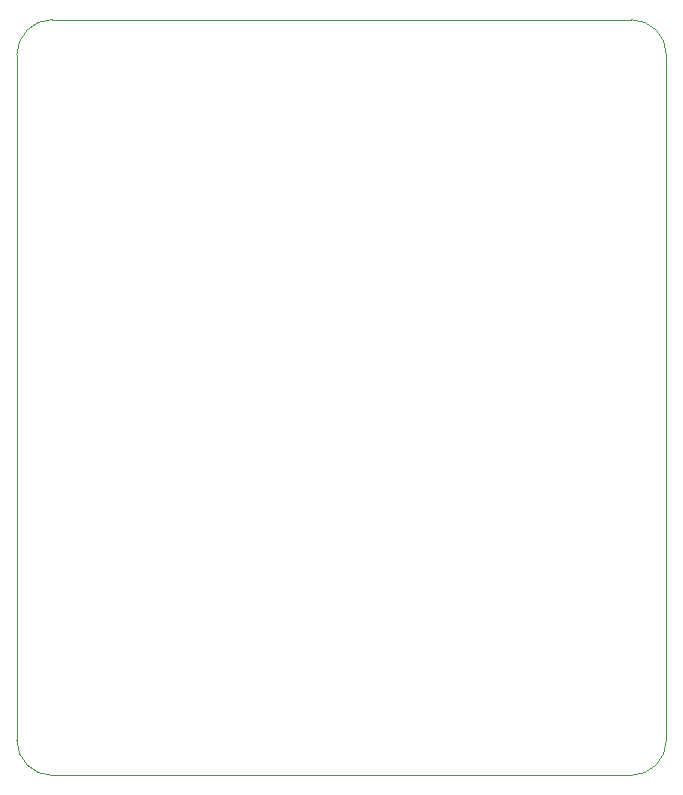
<source format=gm1>
G04*
G04 #@! TF.GenerationSoftware,Altium Limited,Altium Designer,22.6.1 (34)*
G04*
G04 Layer_Color=16711935*
%FSAX44Y44*%
%MOMM*%
G71*
G04*
G04 #@! TF.SameCoordinates,3ED828DF-7C99-4F06-8B8B-480B9A04C0B7*
G04*
G04*
G04 #@! TF.FilePolarity,Positive*
G04*
G01*
G75*
%ADD75C,0.1000*%
D75*
X01150730Y01151850D02*
G03*
X01120730Y01121850I00000000J-00030000D01*
G01*
X01670730D02*
G03*
X01640730Y01151850I-00030000J00000000D01*
G01*
Y00511850D02*
G03*
X01670730Y00541850I00000000J00030000D01*
G01*
X01120730D02*
G03*
X01150730Y00511850I00030000J00000000D01*
G01*
X01120730Y00541850D02*
Y01121850D01*
X01150730Y01151850D02*
X01640730D01*
X01670730Y00541850D02*
Y01121850D01*
X01150730Y00511850D02*
X01640730D01*
M02*

</source>
